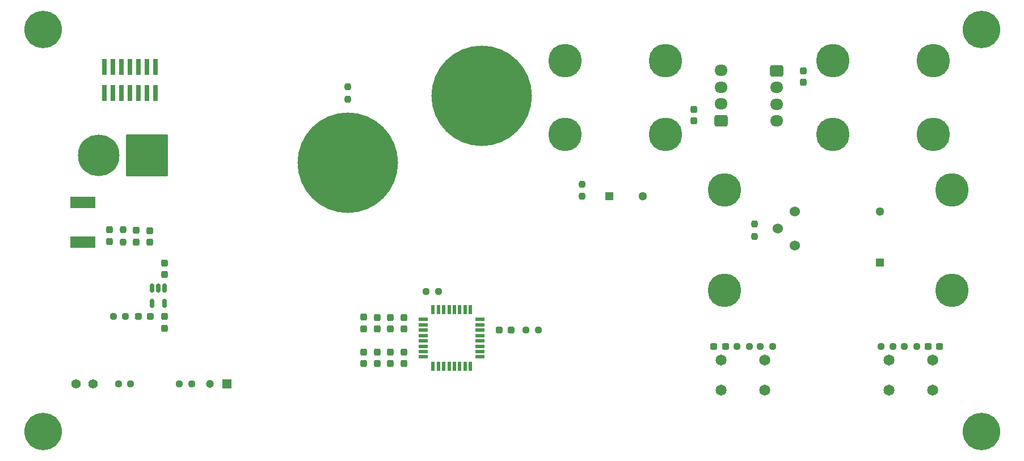
<source format=gbr>
%TF.GenerationSoftware,KiCad,Pcbnew,7.0.10*%
%TF.CreationDate,2024-04-05T03:10:35+02:00*%
%TF.ProjectId,Projet_PAZ,50726f6a-6574-45f5-9041-5a2e6b696361,rev?*%
%TF.SameCoordinates,Original*%
%TF.FileFunction,Soldermask,Top*%
%TF.FilePolarity,Negative*%
%FSLAX46Y46*%
G04 Gerber Fmt 4.6, Leading zero omitted, Abs format (unit mm)*
G04 Created by KiCad (PCBNEW 7.0.10) date 2024-04-05 03:10:35*
%MOMM*%
%LPD*%
G01*
G04 APERTURE LIST*
G04 Aperture macros list*
%AMRoundRect*
0 Rectangle with rounded corners*
0 $1 Rounding radius*
0 $2 $3 $4 $5 $6 $7 $8 $9 X,Y pos of 4 corners*
0 Add a 4 corners polygon primitive as box body*
4,1,4,$2,$3,$4,$5,$6,$7,$8,$9,$2,$3,0*
0 Add four circle primitives for the rounded corners*
1,1,$1+$1,$2,$3*
1,1,$1+$1,$4,$5*
1,1,$1+$1,$6,$7*
1,1,$1+$1,$8,$9*
0 Add four rect primitives between the rounded corners*
20,1,$1+$1,$2,$3,$4,$5,0*
20,1,$1+$1,$4,$5,$6,$7,0*
20,1,$1+$1,$6,$7,$8,$9,0*
20,1,$1+$1,$8,$9,$2,$3,0*%
G04 Aperture macros list end*
%ADD10C,5.000000*%
%ADD11R,0.600000X1.475000*%
%ADD12R,1.475000X0.600000*%
%ADD13C,1.200000*%
%ADD14R,1.365000X1.365000*%
%ADD15RoundRect,0.237500X0.300000X0.237500X-0.300000X0.237500X-0.300000X-0.237500X0.300000X-0.237500X0*%
%ADD16RoundRect,0.237500X0.237500X-0.300000X0.237500X0.300000X-0.237500X0.300000X-0.237500X-0.300000X0*%
%ADD17C,1.524800*%
%ADD18R,1.300000X1.300000*%
%ADD19C,1.300000*%
%ADD20RoundRect,0.237500X-0.237500X0.250000X-0.237500X-0.250000X0.237500X-0.250000X0.237500X0.250000X0*%
%ADD21C,5.600000*%
%ADD22C,1.650000*%
%ADD23O,1.950000X1.700000*%
%ADD24RoundRect,0.250000X0.725000X-0.600000X0.725000X0.600000X-0.725000X0.600000X-0.725000X-0.600000X0*%
%ADD25RoundRect,0.250000X-0.725000X0.600000X-0.725000X-0.600000X0.725000X-0.600000X0.725000X0.600000X0*%
%ADD26RoundRect,0.150000X-0.150000X0.512500X-0.150000X-0.512500X0.150000X-0.512500X0.150000X0.512500X0*%
%ADD27R,3.700000X1.700000*%
%ADD28RoundRect,0.237500X-0.250000X-0.237500X0.250000X-0.237500X0.250000X0.237500X-0.250000X0.237500X0*%
%ADD29RoundRect,0.237500X0.250000X0.237500X-0.250000X0.237500X-0.250000X-0.237500X0.250000X-0.237500X0*%
%ADD30RoundRect,0.237500X0.237500X-0.250000X0.237500X0.250000X-0.237500X0.250000X-0.237500X-0.250000X0*%
%ADD31C,1.416000*%
%ADD32RoundRect,0.237500X-0.237500X0.287500X-0.237500X-0.287500X0.237500X-0.287500X0.237500X0.287500X0*%
%ADD33RoundRect,0.102000X3.000000X3.000000X-3.000000X3.000000X-3.000000X-3.000000X3.000000X-3.000000X0*%
%ADD34C,6.204000*%
%ADD35R,0.740000X2.400000*%
%ADD36C,15.000000*%
%ADD37RoundRect,0.237500X-0.287500X-0.237500X0.287500X-0.237500X0.287500X0.237500X-0.287500X0.237500X0*%
%ADD38RoundRect,0.237500X0.237500X-0.287500X0.237500X0.287500X-0.237500X0.287500X-0.237500X-0.287500X0*%
%ADD39RoundRect,0.237500X0.287500X0.237500X-0.287500X0.237500X-0.287500X-0.237500X0.287500X-0.237500X0*%
%ADD40RoundRect,0.237500X-0.237500X0.300000X-0.237500X-0.300000X0.237500X-0.300000X0.237500X0.300000X0*%
%ADD41RoundRect,0.237500X-0.300000X-0.237500X0.300000X-0.237500X0.300000X0.237500X-0.300000X0.237500X0*%
G04 APERTURE END LIST*
D10*
%TO.C,H18*%
X225570000Y-105000000D03*
%TD*%
%TO.C,H17*%
X225570000Y-90000000D03*
%TD*%
%TO.C,H16*%
X191570000Y-90000000D03*
%TD*%
%TO.C,H15*%
X191570000Y-105000000D03*
%TD*%
%TO.C,H14*%
X222770000Y-81755000D03*
%TD*%
%TO.C,H13*%
X222770000Y-70755000D03*
%TD*%
%TO.C,H12*%
X207770000Y-81755000D03*
%TD*%
%TO.C,H11*%
X207770000Y-70755000D03*
%TD*%
%TO.C,H6*%
X182770000Y-81755000D03*
%TD*%
%TO.C,H4*%
X182770000Y-70755000D03*
%TD*%
%TO.C,H3*%
X167770000Y-81755000D03*
%TD*%
%TO.C,H1*%
X167770000Y-70755000D03*
%TD*%
D11*
%TO.C,IC1*%
X148090000Y-107927000D03*
X148890000Y-107927000D03*
X149690000Y-107927000D03*
X150490000Y-107927000D03*
X151290000Y-107927000D03*
X152090000Y-107927000D03*
X152890000Y-107927000D03*
X153690000Y-107927000D03*
D12*
X155128000Y-109365000D03*
X155128000Y-110165000D03*
X155128000Y-110965000D03*
X155128000Y-111765000D03*
X155128000Y-112565000D03*
X155128000Y-113365000D03*
X155128000Y-114165000D03*
X155128000Y-114965000D03*
D11*
X153690000Y-116403000D03*
X152890000Y-116403000D03*
X152090000Y-116403000D03*
X151290000Y-116403000D03*
X150490000Y-116403000D03*
X149690000Y-116403000D03*
X148890000Y-116403000D03*
X148090000Y-116403000D03*
D12*
X146652000Y-114965000D03*
X146652000Y-114165000D03*
X146652000Y-113365000D03*
X146652000Y-112565000D03*
X146652000Y-111765000D03*
X146652000Y-110965000D03*
X146652000Y-110165000D03*
X146652000Y-109365000D03*
%TD*%
D13*
%TO.C,Q1*%
X114820000Y-118975000D03*
D14*
X117360000Y-118975000D03*
%TD*%
D15*
%TO.C,C6*%
X190005000Y-113415000D03*
X191730000Y-113415000D03*
%TD*%
D16*
%TO.C,C16*%
X139750000Y-110770000D03*
X139750000Y-109045000D03*
%TD*%
D17*
%TO.C,Q3*%
X202050000Y-93270000D03*
X199510000Y-95810000D03*
X202050000Y-98350000D03*
%TD*%
D18*
%TO.C,LS2*%
X214750000Y-100890000D03*
D19*
X214750000Y-93290000D03*
%TD*%
D20*
%TO.C,R3*%
X196110000Y-96972500D03*
X196110000Y-95147500D03*
%TD*%
D21*
%TO.C,H9*%
X89910000Y-126065000D03*
%TD*%
D22*
%TO.C,S3*%
X197620000Y-119895000D03*
X191120000Y-119895000D03*
X197620000Y-115395000D03*
X191120000Y-115395000D03*
%TD*%
D23*
%TO.C,U5*%
X191055000Y-72205000D03*
X191055000Y-74705000D03*
X191055000Y-77205000D03*
D24*
X191055000Y-79705000D03*
%TD*%
D25*
%TO.C,U4*%
X199395000Y-72220000D03*
D23*
X199395000Y-74720000D03*
X199395000Y-77220000D03*
X199395000Y-79720000D03*
%TD*%
D26*
%TO.C,U1*%
X108045000Y-106945000D03*
X106145000Y-106945000D03*
X106145000Y-104670000D03*
X107095000Y-104670000D03*
X108045000Y-104670000D03*
%TD*%
D22*
%TO.C,S5*%
X216120000Y-115395000D03*
X222620000Y-115395000D03*
X216120000Y-119895000D03*
X222620000Y-119895000D03*
%TD*%
D27*
%TO.C,S1*%
X95825000Y-91890000D03*
X95825000Y-97790000D03*
%TD*%
D19*
%TO.C,RT1*%
X179360000Y-90975000D03*
D18*
X174360000Y-90975000D03*
%TD*%
D28*
%TO.C,R17*%
X216765000Y-113395000D03*
X214940000Y-113395000D03*
%TD*%
%TO.C,R16*%
X198780000Y-113415000D03*
X196955000Y-113415000D03*
%TD*%
D29*
%TO.C,R13*%
X101145000Y-118975000D03*
X102970000Y-118975000D03*
%TD*%
%TO.C,R12*%
X110237500Y-118975000D03*
X112062500Y-118975000D03*
%TD*%
D28*
%TO.C,R11*%
X220265000Y-113395000D03*
X218440000Y-113395000D03*
%TD*%
D30*
%TO.C,R10*%
X135360000Y-74640000D03*
X135360000Y-76465000D03*
%TD*%
D20*
%TO.C,R9*%
X170360000Y-90972500D03*
X170360000Y-89147500D03*
%TD*%
D29*
%TO.C,R6*%
X102192500Y-108950000D03*
X100367500Y-108950000D03*
%TD*%
D20*
%TO.C,R5*%
X101815000Y-97825000D03*
X101815000Y-96000000D03*
%TD*%
D28*
%TO.C,R4*%
X195280000Y-113415000D03*
X193455000Y-113415000D03*
%TD*%
%TO.C,R2*%
X161977500Y-110965000D03*
X163802500Y-110965000D03*
%TD*%
%TO.C,R1*%
X147067500Y-105165000D03*
X148892500Y-105165000D03*
%TD*%
D31*
%TO.C,LED1*%
X94820000Y-118975000D03*
X97360000Y-118975000D03*
%TD*%
D32*
%TO.C,L2*%
X137750000Y-110782500D03*
X137750000Y-109032500D03*
%TD*%
D33*
%TO.C,J3*%
X105425000Y-84840000D03*
D34*
X98225000Y-84840000D03*
%TD*%
D35*
%TO.C,J2*%
X99080000Y-75530000D03*
X99080000Y-71630000D03*
X100350000Y-75530000D03*
X100350000Y-71630000D03*
X101620000Y-75530000D03*
X101620000Y-71630000D03*
X102890000Y-75530000D03*
X102890000Y-71630000D03*
X104160000Y-75530000D03*
X104160000Y-71630000D03*
X105430000Y-75530000D03*
X105430000Y-71630000D03*
X106700000Y-75530000D03*
X106700000Y-71630000D03*
%TD*%
D21*
%TO.C,H10*%
X229910000Y-66065000D03*
%TD*%
D36*
%TO.C,H8*%
X135360000Y-85975000D03*
%TD*%
%TO.C,H7*%
X155360000Y-75975000D03*
%TD*%
D21*
%TO.C,H5*%
X229910000Y-126065000D03*
%TD*%
%TO.C,H2*%
X89910000Y-66065000D03*
%TD*%
D37*
%TO.C,D7*%
X104170000Y-108950000D03*
X105920000Y-108950000D03*
%TD*%
D38*
%TO.C,D5*%
X103815000Y-97822500D03*
X103815000Y-96072500D03*
%TD*%
D39*
%TO.C,D3*%
X158015000Y-110965000D03*
X159765000Y-110965000D03*
%TD*%
D38*
%TO.C,D2*%
X99815000Y-95992500D03*
X99815000Y-97742500D03*
%TD*%
D40*
%TO.C,C21*%
X137750000Y-114210000D03*
X137750000Y-115935000D03*
%TD*%
%TO.C,C20*%
X139750000Y-115935000D03*
X139750000Y-114210000D03*
%TD*%
%TO.C,C19*%
X141750000Y-115935000D03*
X141750000Y-114210000D03*
%TD*%
%TO.C,C18*%
X143750000Y-114210000D03*
X143750000Y-115935000D03*
%TD*%
%TO.C,C17*%
X143750000Y-110770000D03*
X143750000Y-109045000D03*
%TD*%
D16*
%TO.C,C12*%
X141750000Y-110770000D03*
X141750000Y-109045000D03*
%TD*%
D40*
%TO.C,C10*%
X108045000Y-110670000D03*
X108045000Y-108945000D03*
%TD*%
D16*
%TO.C,C9*%
X108045000Y-100945000D03*
X108045000Y-102670000D03*
%TD*%
D40*
%TO.C,C8*%
X105815000Y-97822500D03*
X105815000Y-96097500D03*
%TD*%
D41*
%TO.C,C7*%
X223715000Y-113395000D03*
X221990000Y-113395000D03*
%TD*%
D40*
%TO.C,C5*%
X203395000Y-73942500D03*
X203395000Y-72217500D03*
%TD*%
D16*
%TO.C,C4*%
X187055000Y-78005000D03*
X187055000Y-79730000D03*
%TD*%
M02*

</source>
